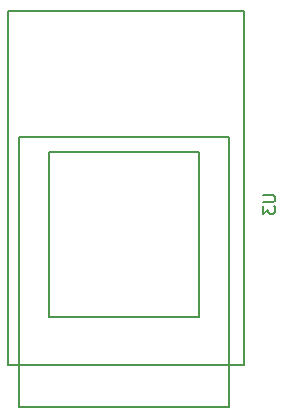
<source format=gbr>
G04 #@! TF.FileFunction,Legend,Bot*
%FSLAX46Y46*%
G04 Gerber Fmt 4.6, Leading zero omitted, Abs format (unit mm)*
G04 Created by KiCad (PCBNEW 4.0.7) date Tuesday, June 05, 2018 'PMt' 05:00:48 PM*
%MOMM*%
%LPD*%
G01*
G04 APERTURE LIST*
%ADD10C,0.100000*%
%ADD11C,0.150000*%
G04 APERTURE END LIST*
D10*
D11*
X59182000Y-94996000D02*
X59182000Y-108966000D01*
X59182000Y-108966000D02*
X46482000Y-108966000D01*
X46482000Y-108966000D02*
X46482000Y-94996000D01*
X46482000Y-94996000D02*
X59182000Y-94996000D01*
X61722000Y-93726000D02*
X43942000Y-93726000D01*
X43942000Y-93726000D02*
X43942000Y-116586000D01*
X43942000Y-116586000D02*
X61722000Y-116586000D01*
X61722000Y-116586000D02*
X61722000Y-93726000D01*
X62992000Y-113030000D02*
X62992000Y-83030000D01*
X62992000Y-83030000D02*
X42992000Y-83030000D01*
X42992000Y-83030000D02*
X42992000Y-113030000D01*
X42992000Y-113030000D02*
X62992000Y-113030000D01*
X64644381Y-98628095D02*
X65453905Y-98628095D01*
X65549143Y-98675714D01*
X65596762Y-98723333D01*
X65644381Y-98818571D01*
X65644381Y-99009048D01*
X65596762Y-99104286D01*
X65549143Y-99151905D01*
X65453905Y-99199524D01*
X64644381Y-99199524D01*
X64644381Y-99580476D02*
X64644381Y-100199524D01*
X65025333Y-99866190D01*
X65025333Y-100009048D01*
X65072952Y-100104286D01*
X65120571Y-100151905D01*
X65215810Y-100199524D01*
X65453905Y-100199524D01*
X65549143Y-100151905D01*
X65596762Y-100104286D01*
X65644381Y-100009048D01*
X65644381Y-99723333D01*
X65596762Y-99628095D01*
X65549143Y-99580476D01*
M02*

</source>
